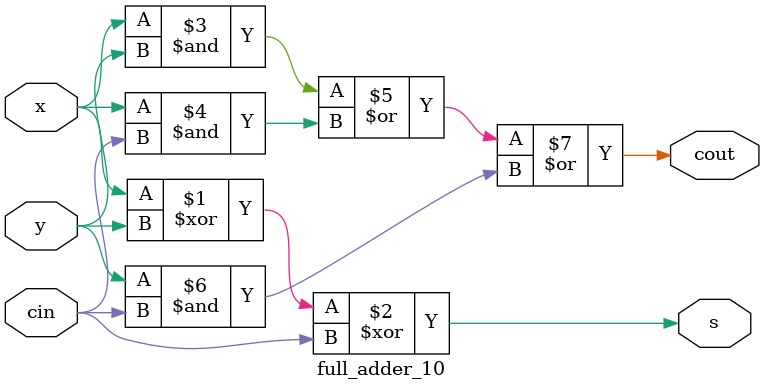
<source format=v>
module full_adder_10 (cin,x,y,s,cout);
input cin;
input x;
input y;
output s;
output cout;
assign s = x^y^cin;
assign cout = (x&y) | (x & cin) | (y&cin);
endmodule
</source>
